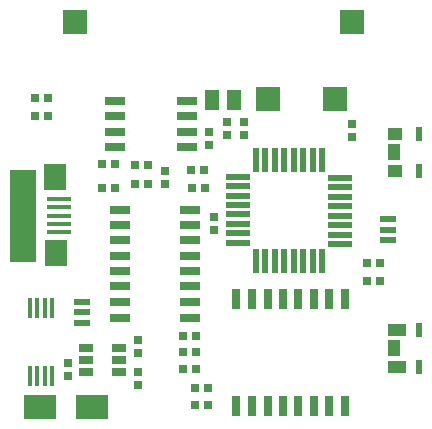
<source format=gbr>
%FSLAX34Y34*%
%MOMM*%
%LNSMDMASK_TOP*%
G71*
G01*
%ADD10R, 2.100X0.400*%
%ADD11R, 1.900X2.300*%
%ADD12R, 2.200X7.800*%
%ADD13R, 0.500X2.000*%
%ADD14R, 2.000X0.500*%
%ADD15R, 1.400X0.500*%
%ADD16R, 2.700X2.000*%
%ADD17R, 0.400X1.800*%
%ADD18R, 1.200X0.700*%
%ADD19R, 0.800X0.700*%
%ADD20R, 1.800X0.700*%
%ADD21R, 0.700X0.800*%
%ADD22R, 1.300X1.800*%
%ADD23R, 2.000X2.000*%
%ADD24R, 0.700X1.800*%
%ADD25R, 1.100X1.400*%
%ADD26R, 1.300X1.000*%
%ADD27R, 0.500X1.200*%
%ADD28R, 1.500X1.000*%
%LPD*%
X54000Y830000D02*
G54D10*
D03*
X54000Y823000D02*
G54D10*
D03*
X54000Y816000D02*
G54D10*
D03*
X54000Y802000D02*
G54D10*
D03*
X54000Y809000D02*
G54D10*
D03*
X51000Y849000D02*
G54D11*
D03*
X52000Y784000D02*
G54D11*
D03*
X24000Y816000D02*
G54D12*
D03*
X221000Y863000D02*
G54D13*
D03*
X229000Y863000D02*
G54D13*
D03*
X237000Y863000D02*
G54D13*
D03*
X245000Y863000D02*
G54D13*
D03*
X253000Y863000D02*
G54D13*
D03*
X261000Y863000D02*
G54D13*
D03*
X269000Y863000D02*
G54D13*
D03*
X277000Y863000D02*
G54D13*
D03*
X221000Y778000D02*
G54D13*
D03*
X229000Y778000D02*
G54D13*
D03*
X237000Y778000D02*
G54D13*
D03*
X245000Y778000D02*
G54D13*
D03*
X253000Y778000D02*
G54D13*
D03*
X261000Y778000D02*
G54D13*
D03*
X269000Y778000D02*
G54D13*
D03*
X277000Y778000D02*
G54D13*
D03*
X292000Y848000D02*
G54D14*
D03*
X292000Y840000D02*
G54D14*
D03*
X292000Y832000D02*
G54D14*
D03*
X292000Y824000D02*
G54D14*
D03*
X292000Y816000D02*
G54D14*
D03*
X292000Y808000D02*
G54D14*
D03*
X292000Y800000D02*
G54D14*
D03*
X292000Y792000D02*
G54D14*
D03*
X206000Y849000D02*
G54D14*
D03*
X206000Y841000D02*
G54D14*
D03*
X206000Y833000D02*
G54D14*
D03*
X206000Y825000D02*
G54D14*
D03*
X206000Y817000D02*
G54D14*
D03*
X206000Y809000D02*
G54D14*
D03*
X206000Y801000D02*
G54D14*
D03*
X206000Y793000D02*
G54D14*
D03*
X333000Y813000D02*
G54D15*
D03*
X333000Y804000D02*
G54D15*
D03*
X333000Y795000D02*
G54D15*
D03*
X38000Y654000D02*
G54D16*
D03*
X82000Y654000D02*
G54D16*
D03*
X48000Y738000D02*
G54D17*
D03*
X42000Y738000D02*
G54D17*
D03*
X36000Y738000D02*
G54D17*
D03*
X30000Y738000D02*
G54D17*
D03*
X48000Y680000D02*
G54D17*
D03*
X42000Y680000D02*
G54D17*
D03*
X36000Y680000D02*
G54D17*
D03*
X30000Y680000D02*
G54D17*
D03*
X77000Y704000D02*
G54D18*
D03*
X77000Y694000D02*
G54D18*
D03*
X77000Y684000D02*
G54D18*
D03*
X105000Y704000D02*
G54D18*
D03*
X105000Y694000D02*
G54D18*
D03*
X105000Y684000D02*
G54D18*
D03*
X61500Y691500D02*
G54D19*
D03*
X61500Y680500D02*
G54D19*
D03*
X121500Y699500D02*
G54D19*
D03*
X121500Y710500D02*
G54D19*
D03*
X106000Y821000D02*
G54D20*
D03*
X106000Y808000D02*
G54D20*
D03*
X106000Y795000D02*
G54D20*
D03*
X106000Y782000D02*
G54D20*
D03*
X106000Y769000D02*
G54D20*
D03*
X106000Y756000D02*
G54D20*
D03*
X106000Y743000D02*
G54D20*
D03*
X106000Y729000D02*
G54D20*
D03*
X165000Y821000D02*
G54D20*
D03*
X165000Y808000D02*
G54D20*
D03*
X165000Y795000D02*
G54D20*
D03*
X165000Y782000D02*
G54D20*
D03*
X165000Y769000D02*
G54D20*
D03*
X165000Y756000D02*
G54D20*
D03*
X165000Y743000D02*
G54D20*
D03*
X165000Y729000D02*
G54D20*
D03*
X74000Y743000D02*
G54D15*
D03*
X74000Y734000D02*
G54D15*
D03*
X74000Y725000D02*
G54D15*
D03*
X170096Y714500D02*
G54D21*
D03*
X159096Y714500D02*
G54D21*
D03*
X181500Y875900D02*
G54D19*
D03*
X181500Y886900D02*
G54D19*
D03*
X102000Y913000D02*
G54D20*
D03*
X102000Y900000D02*
G54D20*
D03*
X102000Y887000D02*
G54D20*
D03*
X102000Y874000D02*
G54D20*
D03*
X163000Y913000D02*
G54D20*
D03*
X163000Y900000D02*
G54D20*
D03*
X163000Y887000D02*
G54D20*
D03*
X163000Y874000D02*
G54D20*
D03*
X184000Y914000D02*
G54D22*
D03*
X202000Y914000D02*
G54D22*
D03*
X45000Y916000D02*
G54D21*
D03*
X34000Y916000D02*
G54D21*
D03*
X45000Y900000D02*
G54D21*
D03*
X34000Y900000D02*
G54D21*
D03*
X121500Y683500D02*
G54D19*
D03*
X121500Y672500D02*
G54D19*
D03*
X185500Y814500D02*
G54D19*
D03*
X185500Y803500D02*
G54D19*
D03*
X101938Y839658D02*
G54D21*
D03*
X90938Y839658D02*
G54D21*
D03*
X101938Y859658D02*
G54D21*
D03*
X90938Y859658D02*
G54D21*
D03*
X196500Y895500D02*
G54D19*
D03*
X196500Y884500D02*
G54D19*
D03*
X166500Y839500D02*
G54D21*
D03*
X177500Y839500D02*
G54D21*
D03*
X166000Y855000D02*
G54D21*
D03*
X177000Y855000D02*
G54D21*
D03*
X302500Y882500D02*
G54D19*
D03*
X302500Y893500D02*
G54D19*
D03*
X288000Y915000D02*
G54D23*
D03*
X231000Y915000D02*
G54D23*
D03*
X296000Y745000D02*
G54D24*
D03*
X283000Y745000D02*
G54D24*
D03*
X270000Y745000D02*
G54D24*
D03*
X257000Y745000D02*
G54D24*
D03*
X244000Y745000D02*
G54D24*
D03*
X231000Y745000D02*
G54D24*
D03*
X218000Y745000D02*
G54D24*
D03*
X204000Y745000D02*
G54D24*
D03*
X296000Y655000D02*
G54D24*
D03*
X283000Y655000D02*
G54D24*
D03*
X270000Y655000D02*
G54D24*
D03*
X257000Y655000D02*
G54D24*
D03*
X244000Y655000D02*
G54D24*
D03*
X231000Y655000D02*
G54D24*
D03*
X218000Y655000D02*
G54D24*
D03*
X204000Y655000D02*
G54D24*
D03*
X338000Y870000D02*
G54D25*
D03*
X338900Y885000D02*
G54D26*
D03*
X339000Y854000D02*
G54D26*
D03*
X359000Y885000D02*
G54D27*
D03*
X359000Y854000D02*
G54D27*
D03*
X338000Y704000D02*
G54D25*
D03*
X340000Y718950D02*
G54D28*
D03*
X340000Y688000D02*
G54D28*
D03*
X359000Y719000D02*
G54D27*
D03*
X359000Y688000D02*
G54D27*
D03*
X144000Y854000D02*
G54D19*
D03*
X144000Y843000D02*
G54D19*
D03*
X210500Y884500D02*
G54D19*
D03*
X210500Y895500D02*
G54D19*
D03*
X119000Y843000D02*
G54D21*
D03*
X130000Y843000D02*
G54D21*
D03*
X119000Y859000D02*
G54D21*
D03*
X130000Y859000D02*
G54D21*
D03*
X326000Y776000D02*
G54D21*
D03*
X315000Y776000D02*
G54D21*
D03*
X326000Y761000D02*
G54D21*
D03*
X315000Y760999D02*
G54D21*
D03*
X180000Y656000D02*
G54D21*
D03*
X169000Y656000D02*
G54D21*
D03*
X180000Y670000D02*
G54D21*
D03*
X169000Y670000D02*
G54D21*
D03*
X170096Y700500D02*
G54D21*
D03*
X159096Y700500D02*
G54D21*
D03*
X170096Y686500D02*
G54D21*
D03*
X159096Y686500D02*
G54D21*
D03*
X302000Y980000D02*
G54D23*
D03*
X68000Y980000D02*
G54D23*
D03*
M02*

</source>
